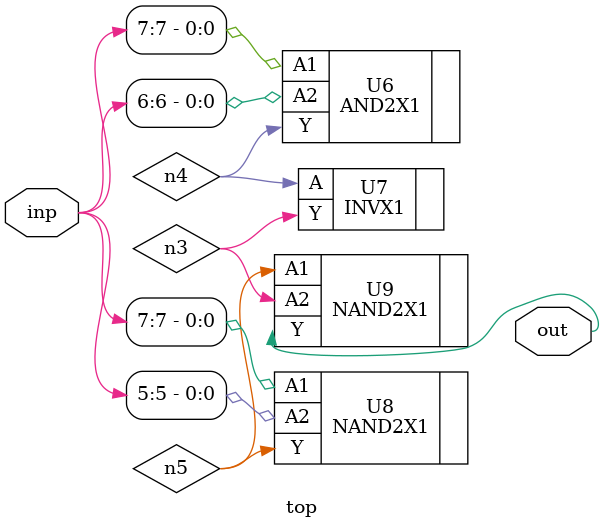
<source format=sv>


module top ( inp, out );
  input [7:0] inp;
  output out;
  wire   n3, n4, n5;

  AND2X1 U6 ( .A1(inp[7]), .A2(inp[6]), .Y(n4) );
  INVX1 U7 ( .A(n4), .Y(n3) );
  NAND2X1 U8 ( .A1(inp[7]), .A2(inp[5]), .Y(n5) );
  NAND2X1 U9 ( .A1(n5), .A2(n3), .Y(out) );
endmodule


</source>
